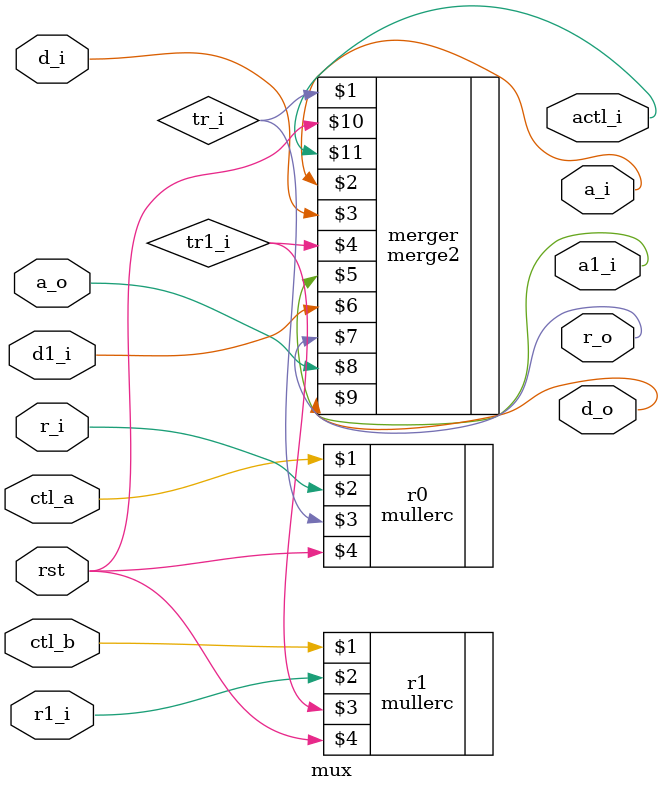
<source format=sv>
`ifndef __mux

`include "merge2.v"
`include "mullerc.v"

module mux #(
    parameter Rpol = 1'b0, // reset polarity (rst=rpol => reset)

    parameter N = 32'b1,

    parameter NATIVE = 1'b1 // don't optimize
  ) (
  input r_i,
  output a_i,
  input [N-1:0] d_i,

  input r1_i,
  output a1_i,
  input [N-1:0] d1_i,

  input ctl_a,
  input ctl_b,
  output actl_i,

  output r_o,
  input a_o,
  output [N-1:0] d_o,

  input rst);

  wire tr_i, tr1_i;

  merge2 #(.Rpol(Rpol), .N(N), .NATIVE(NATIVE)) merger (
    tr_i, a_i, d_i,
    tr1_i, a1_i, d1_i,
    r_o, a_o, d_o,
    rst,
    actl_i);

  mullerc #(.Rval(1'b0), .Rpol(Rpol), .NATIVE(NATIVE)) r0 (
    ctl_a, r_i,
    tr_i,
    rst);

  mullerc #(.Rval(1'b0), .Rpol(Rpol), .NATIVE(NATIVE)) r1 (
    ctl_b, r1_i,
    tr1_i,
    rst);

endmodule

`define __mux
`endif

</source>
